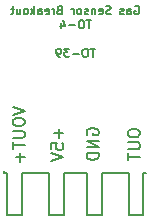
<source format=gbo>
G04 #@! TF.GenerationSoftware,KiCad,Pcbnew,5.0.0-rc2*
G04 #@! TF.CreationDate,2019-07-02T00:23:35-04:00*
G04 #@! TF.ProjectId,gassensorholder,67617373656E736F72686F6C6465722E,rev?*
G04 #@! TF.SameCoordinates,Original*
G04 #@! TF.FileFunction,Legend,Bot*
G04 #@! TF.FilePolarity,Positive*
%FSLAX46Y46*%
G04 Gerber Fmt 4.6, Leading zero omitted, Abs format (unit mm)*
G04 Created by KiCad (PCBNEW 5.0.0-rc2) date Tue Jul  2 00:23:35 2019*
%MOMM*%
%LPD*%
G01*
G04 APERTURE LIST*
%ADD10C,0.152400*%
G04 APERTURE END LIST*
D10*
X121750000Y-75000000D02*
X122000000Y-75000000D01*
X121750000Y-78500000D02*
X121750000Y-75000000D01*
X120500000Y-78500000D02*
X121750000Y-78500000D01*
X120500000Y-75000000D02*
X120500000Y-78500000D01*
X118250000Y-75000000D02*
X120500000Y-75000000D01*
X118250000Y-78500000D02*
X118250000Y-75000000D01*
X117000000Y-78500000D02*
X118250000Y-78500000D01*
X117000000Y-75000000D02*
X117000000Y-78500000D01*
X115000000Y-75000000D02*
X117000000Y-75000000D01*
X115000000Y-78500000D02*
X115000000Y-75000000D01*
X113750000Y-78500000D02*
X115000000Y-78500000D01*
X113750000Y-75000000D02*
X113750000Y-78500000D01*
X111500000Y-75000000D02*
X113750000Y-75000000D01*
X111500000Y-78500000D02*
X111500000Y-75000000D01*
X110250000Y-78500000D02*
X111500000Y-78500000D01*
X110250000Y-75000000D02*
X110250000Y-78500000D01*
X110000000Y-75000000D02*
X110250000Y-75000000D01*
X110000000Y-74750000D02*
X110000000Y-75000000D01*
X120443619Y-71483999D02*
X120443619Y-71677523D01*
X120492000Y-71774285D01*
X120588761Y-71871047D01*
X120782285Y-71919428D01*
X121120952Y-71919428D01*
X121314476Y-71871047D01*
X121411238Y-71774285D01*
X121459619Y-71677523D01*
X121459619Y-71483999D01*
X121411238Y-71387238D01*
X121314476Y-71290476D01*
X121120952Y-71242095D01*
X120782285Y-71242095D01*
X120588761Y-71290476D01*
X120492000Y-71387238D01*
X120443619Y-71483999D01*
X120443619Y-72354857D02*
X121266095Y-72354857D01*
X121362857Y-72403238D01*
X121411238Y-72451619D01*
X121459619Y-72548380D01*
X121459619Y-72741904D01*
X121411238Y-72838666D01*
X121362857Y-72887047D01*
X121266095Y-72935428D01*
X120443619Y-72935428D01*
X120443619Y-73274095D02*
X120443619Y-73854666D01*
X121459619Y-73564380D02*
X120443619Y-73564380D01*
X116992000Y-71725904D02*
X116943619Y-71629142D01*
X116943619Y-71484000D01*
X116992000Y-71338857D01*
X117088761Y-71242095D01*
X117185523Y-71193714D01*
X117379047Y-71145333D01*
X117524190Y-71145333D01*
X117717714Y-71193714D01*
X117814476Y-71242095D01*
X117911238Y-71338857D01*
X117959619Y-71484000D01*
X117959619Y-71580761D01*
X117911238Y-71725904D01*
X117862857Y-71774285D01*
X117524190Y-71774285D01*
X117524190Y-71580761D01*
X117959619Y-72209714D02*
X116943619Y-72209714D01*
X117959619Y-72790285D01*
X116943619Y-72790285D01*
X117959619Y-73274095D02*
X116943619Y-73274095D01*
X116943619Y-73516000D01*
X116991999Y-73661142D01*
X117088761Y-73757904D01*
X117185523Y-73806285D01*
X117379047Y-73854666D01*
X117524190Y-73854666D01*
X117717714Y-73806285D01*
X117814476Y-73757904D01*
X117911238Y-73661142D01*
X117959619Y-73516000D01*
X117959619Y-73274095D01*
X114572571Y-71193714D02*
X114572571Y-71967809D01*
X114959619Y-71580761D02*
X114185523Y-71580761D01*
X113943619Y-72935428D02*
X113943619Y-72451619D01*
X114427428Y-72403238D01*
X114379047Y-72451619D01*
X114330666Y-72548380D01*
X114330666Y-72790285D01*
X114379047Y-72887047D01*
X114427428Y-72935428D01*
X114524190Y-72983809D01*
X114766095Y-72983809D01*
X114862857Y-72935428D01*
X114911238Y-72887047D01*
X114959619Y-72790285D01*
X114959619Y-72548380D01*
X114911238Y-72451619D01*
X114862857Y-72403238D01*
X113943619Y-73274095D02*
X114959619Y-73612761D01*
X113943619Y-73951428D01*
X110693619Y-69330952D02*
X111709619Y-69669619D01*
X110693619Y-70008285D01*
X110693619Y-70540476D02*
X110693619Y-70733999D01*
X110742000Y-70830761D01*
X110838761Y-70927523D01*
X111032285Y-70975904D01*
X111370952Y-70975904D01*
X111564476Y-70927523D01*
X111661238Y-70830761D01*
X111709619Y-70733999D01*
X111709619Y-70540476D01*
X111661238Y-70443714D01*
X111564476Y-70346952D01*
X111370952Y-70298571D01*
X111032285Y-70298571D01*
X110838761Y-70346952D01*
X110742000Y-70443714D01*
X110693619Y-70540476D01*
X110693619Y-71411333D02*
X111516095Y-71411333D01*
X111612857Y-71459714D01*
X111661238Y-71508095D01*
X111709619Y-71604857D01*
X111709619Y-71798380D01*
X111661238Y-71895142D01*
X111612857Y-71943523D01*
X111516095Y-71991904D01*
X110693619Y-71991904D01*
X110693619Y-72330571D02*
X110693619Y-72911142D01*
X111709619Y-72620857D02*
X110693619Y-72620857D01*
X111322571Y-73249809D02*
X111322571Y-74023904D01*
X111709619Y-73636857D02*
X110935523Y-73636857D01*
X121016666Y-60846400D02*
X121083333Y-60813066D01*
X121183333Y-60813066D01*
X121283333Y-60846400D01*
X121350000Y-60913066D01*
X121383333Y-60979733D01*
X121416666Y-61113066D01*
X121416666Y-61213066D01*
X121383333Y-61346400D01*
X121350000Y-61413066D01*
X121283333Y-61479733D01*
X121183333Y-61513066D01*
X121116666Y-61513066D01*
X121016666Y-61479733D01*
X120983333Y-61446400D01*
X120983333Y-61213066D01*
X121116666Y-61213066D01*
X120383333Y-61513066D02*
X120383333Y-61146400D01*
X120416666Y-61079733D01*
X120483333Y-61046400D01*
X120616666Y-61046400D01*
X120683333Y-61079733D01*
X120383333Y-61479733D02*
X120450000Y-61513066D01*
X120616666Y-61513066D01*
X120683333Y-61479733D01*
X120716666Y-61413066D01*
X120716666Y-61346400D01*
X120683333Y-61279733D01*
X120616666Y-61246400D01*
X120450000Y-61246400D01*
X120383333Y-61213066D01*
X120083333Y-61479733D02*
X120016666Y-61513066D01*
X119883333Y-61513066D01*
X119816666Y-61479733D01*
X119783333Y-61413066D01*
X119783333Y-61379733D01*
X119816666Y-61313066D01*
X119883333Y-61279733D01*
X119983333Y-61279733D01*
X120050000Y-61246400D01*
X120083333Y-61179733D01*
X120083333Y-61146400D01*
X120050000Y-61079733D01*
X119983333Y-61046400D01*
X119883333Y-61046400D01*
X119816666Y-61079733D01*
X118983333Y-61479733D02*
X118883333Y-61513066D01*
X118716666Y-61513066D01*
X118649999Y-61479733D01*
X118616666Y-61446400D01*
X118583333Y-61379733D01*
X118583333Y-61313066D01*
X118616666Y-61246400D01*
X118649999Y-61213066D01*
X118716666Y-61179733D01*
X118850000Y-61146400D01*
X118916666Y-61113066D01*
X118950000Y-61079733D01*
X118983333Y-61013066D01*
X118983333Y-60946400D01*
X118950000Y-60879733D01*
X118916666Y-60846400D01*
X118850000Y-60813066D01*
X118683333Y-60813066D01*
X118583333Y-60846400D01*
X118016666Y-61479733D02*
X118083333Y-61513066D01*
X118216666Y-61513066D01*
X118283333Y-61479733D01*
X118316666Y-61413066D01*
X118316666Y-61146400D01*
X118283333Y-61079733D01*
X118216666Y-61046400D01*
X118083333Y-61046400D01*
X118016666Y-61079733D01*
X117983333Y-61146400D01*
X117983333Y-61213066D01*
X118316666Y-61279733D01*
X117683333Y-61046400D02*
X117683333Y-61513066D01*
X117683333Y-61113066D02*
X117649999Y-61079733D01*
X117583333Y-61046400D01*
X117483333Y-61046400D01*
X117416666Y-61079733D01*
X117383333Y-61146400D01*
X117383333Y-61513066D01*
X117083333Y-61479733D02*
X117016666Y-61513066D01*
X116883333Y-61513066D01*
X116816666Y-61479733D01*
X116783333Y-61413066D01*
X116783333Y-61379733D01*
X116816666Y-61313066D01*
X116883333Y-61279733D01*
X116983333Y-61279733D01*
X117049999Y-61246400D01*
X117083333Y-61179733D01*
X117083333Y-61146400D01*
X117049999Y-61079733D01*
X116983333Y-61046400D01*
X116883333Y-61046400D01*
X116816666Y-61079733D01*
X116383333Y-61513066D02*
X116449999Y-61479733D01*
X116483333Y-61446400D01*
X116516666Y-61379733D01*
X116516666Y-61179733D01*
X116483333Y-61113066D01*
X116449999Y-61079733D01*
X116383333Y-61046400D01*
X116283333Y-61046400D01*
X116216666Y-61079733D01*
X116183333Y-61113066D01*
X116149999Y-61179733D01*
X116149999Y-61379733D01*
X116183333Y-61446400D01*
X116216666Y-61479733D01*
X116283333Y-61513066D01*
X116383333Y-61513066D01*
X115849999Y-61513066D02*
X115849999Y-61046400D01*
X115849999Y-61179733D02*
X115816666Y-61113066D01*
X115783333Y-61079733D01*
X115716666Y-61046400D01*
X115649999Y-61046400D01*
X114650000Y-61146400D02*
X114550000Y-61179733D01*
X114516666Y-61213066D01*
X114483333Y-61279733D01*
X114483333Y-61379733D01*
X114516666Y-61446400D01*
X114550000Y-61479733D01*
X114616666Y-61513066D01*
X114883333Y-61513066D01*
X114883333Y-60813066D01*
X114650000Y-60813066D01*
X114583333Y-60846400D01*
X114550000Y-60879733D01*
X114516666Y-60946400D01*
X114516666Y-61013066D01*
X114550000Y-61079733D01*
X114583333Y-61113066D01*
X114650000Y-61146400D01*
X114883333Y-61146400D01*
X114183333Y-61513066D02*
X114183333Y-61046400D01*
X114183333Y-61179733D02*
X114150000Y-61113066D01*
X114116666Y-61079733D01*
X114050000Y-61046400D01*
X113983333Y-61046400D01*
X113483333Y-61479733D02*
X113550000Y-61513066D01*
X113683333Y-61513066D01*
X113750000Y-61479733D01*
X113783333Y-61413066D01*
X113783333Y-61146400D01*
X113750000Y-61079733D01*
X113683333Y-61046400D01*
X113550000Y-61046400D01*
X113483333Y-61079733D01*
X113450000Y-61146400D01*
X113450000Y-61213066D01*
X113783333Y-61279733D01*
X112850000Y-61513066D02*
X112850000Y-61146400D01*
X112883333Y-61079733D01*
X112950000Y-61046400D01*
X113083333Y-61046400D01*
X113150000Y-61079733D01*
X112850000Y-61479733D02*
X112916666Y-61513066D01*
X113083333Y-61513066D01*
X113150000Y-61479733D01*
X113183333Y-61413066D01*
X113183333Y-61346400D01*
X113150000Y-61279733D01*
X113083333Y-61246400D01*
X112916666Y-61246400D01*
X112850000Y-61213066D01*
X112516666Y-61513066D02*
X112516666Y-60813066D01*
X112449999Y-61246400D02*
X112249999Y-61513066D01*
X112249999Y-61046400D02*
X112516666Y-61313066D01*
X111849999Y-61513066D02*
X111916666Y-61479733D01*
X111949999Y-61446400D01*
X111983333Y-61379733D01*
X111983333Y-61179733D01*
X111949999Y-61113066D01*
X111916666Y-61079733D01*
X111849999Y-61046400D01*
X111749999Y-61046400D01*
X111683333Y-61079733D01*
X111649999Y-61113066D01*
X111616666Y-61179733D01*
X111616666Y-61379733D01*
X111649999Y-61446400D01*
X111683333Y-61479733D01*
X111749999Y-61513066D01*
X111849999Y-61513066D01*
X111016666Y-61046400D02*
X111016666Y-61513066D01*
X111316666Y-61046400D02*
X111316666Y-61413066D01*
X111283333Y-61479733D01*
X111216666Y-61513066D01*
X111116666Y-61513066D01*
X111049999Y-61479733D01*
X111016666Y-61446400D01*
X110783333Y-61046400D02*
X110516666Y-61046400D01*
X110683333Y-60813066D02*
X110683333Y-61413066D01*
X110649999Y-61479733D01*
X110583333Y-61513066D01*
X110516666Y-61513066D01*
X117333333Y-62015466D02*
X116933333Y-62015466D01*
X117133333Y-62715466D02*
X117133333Y-62015466D01*
X116566666Y-62015466D02*
X116433333Y-62015466D01*
X116366666Y-62048800D01*
X116300000Y-62115466D01*
X116266666Y-62248800D01*
X116266666Y-62482133D01*
X116300000Y-62615466D01*
X116366666Y-62682133D01*
X116433333Y-62715466D01*
X116566666Y-62715466D01*
X116633333Y-62682133D01*
X116700000Y-62615466D01*
X116733333Y-62482133D01*
X116733333Y-62248800D01*
X116700000Y-62115466D01*
X116633333Y-62048800D01*
X116566666Y-62015466D01*
X115966666Y-62448800D02*
X115433333Y-62448800D01*
X114799999Y-62248800D02*
X114799999Y-62715466D01*
X114966666Y-61982133D02*
X115133333Y-62482133D01*
X114699999Y-62482133D01*
X117666666Y-64420266D02*
X117266666Y-64420266D01*
X117466666Y-65120266D02*
X117466666Y-64420266D01*
X116900000Y-64420266D02*
X116766666Y-64420266D01*
X116700000Y-64453600D01*
X116633333Y-64520266D01*
X116600000Y-64653600D01*
X116600000Y-64886933D01*
X116633333Y-65020266D01*
X116700000Y-65086933D01*
X116766666Y-65120266D01*
X116900000Y-65120266D01*
X116966666Y-65086933D01*
X117033333Y-65020266D01*
X117066666Y-64886933D01*
X117066666Y-64653600D01*
X117033333Y-64520266D01*
X116966666Y-64453600D01*
X116900000Y-64420266D01*
X116300000Y-64853600D02*
X115766666Y-64853600D01*
X115500000Y-64420266D02*
X115066666Y-64420266D01*
X115300000Y-64686933D01*
X115200000Y-64686933D01*
X115133333Y-64720266D01*
X115100000Y-64753600D01*
X115066666Y-64820266D01*
X115066666Y-64986933D01*
X115100000Y-65053600D01*
X115133333Y-65086933D01*
X115200000Y-65120266D01*
X115400000Y-65120266D01*
X115466666Y-65086933D01*
X115500000Y-65053600D01*
X114733333Y-65120266D02*
X114600000Y-65120266D01*
X114533333Y-65086933D01*
X114500000Y-65053600D01*
X114433333Y-64953600D01*
X114400000Y-64820266D01*
X114400000Y-64553600D01*
X114433333Y-64486933D01*
X114466666Y-64453600D01*
X114533333Y-64420266D01*
X114666666Y-64420266D01*
X114733333Y-64453600D01*
X114766666Y-64486933D01*
X114800000Y-64553600D01*
X114800000Y-64720266D01*
X114766666Y-64786933D01*
X114733333Y-64820266D01*
X114666666Y-64853600D01*
X114533333Y-64853600D01*
X114466666Y-64820266D01*
X114433333Y-64786933D01*
X114400000Y-64720266D01*
M02*

</source>
